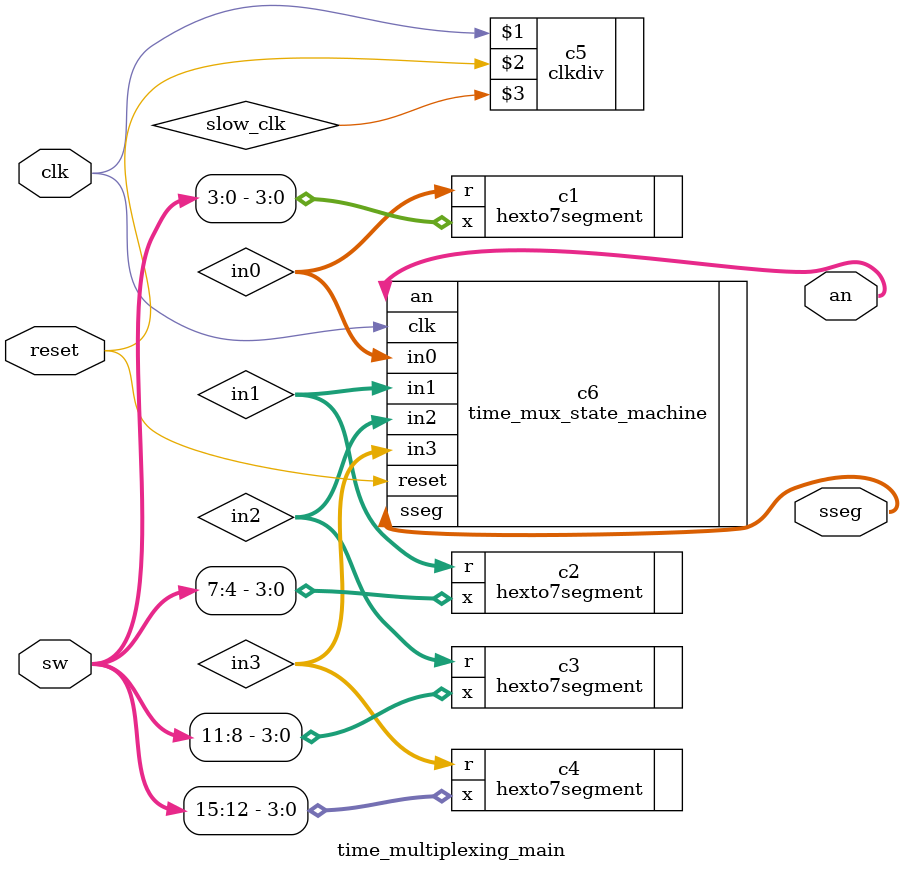
<source format=v>
`timescale 1ns / 1ps

module time_multiplexing_main(
    input clk, 
    input reset, 
    input [15:0] sw,
    output [3:0] an,
    output [6:0] sseg
);

wire [6:0] in0, in1, in2, in3;
wire slow_clk;

//Module instantiation of hexto7segment decoder
hexto7segment c1 (.x(sw[3:0]), .r(in0)); 
hexto7segment c2 (.x(sw[7:4]), .r(in1)); 
hexto7segment c3 (.x(sw[11:8]), .r(in2)); 
hexto7segment c4 (.x(sw[15:12]), .r(in3));

//Module instantiaion of the clock divider
clkdiv c5 (clk, reset, slow_clk); 

//Module instantiaion of the multiplexer
time_mux_state_machine c6(
    .clk (clk), 
    .reset (reset), 
    .in0 (in0), 
    .in1 (in1), 
    .in2 (in2), 
    .in3 (in3), 
    .an (an), 
    .sseg (sseg)
);
endmodule
</source>
